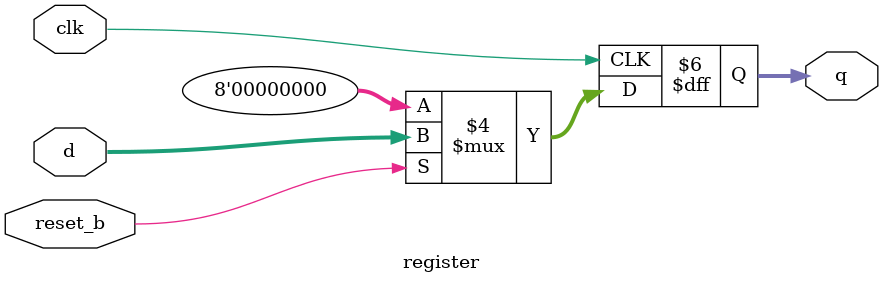
<source format=v>
module register(q, clk, reset_b, d);
	input clk, reset_b;
	input [7:0] d;
	output reg [7:0] q;
	
	always @(posedge clk)
	begin 
		if (reset_b == 1'b0)
			q <= 0;
		else
			q <= d;
	end
endmodule
</source>
